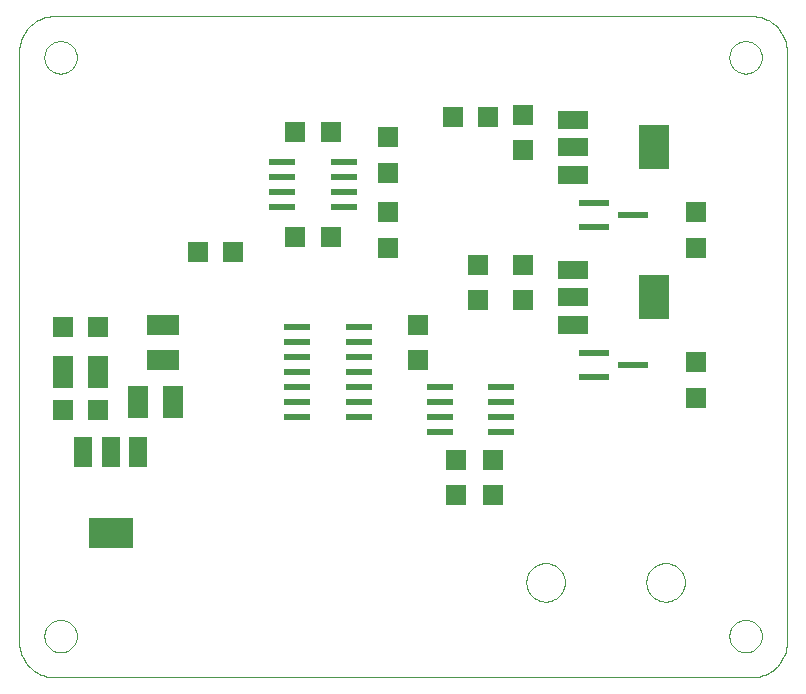
<source format=gtp>
G75*
G70*
%OFA0B0*%
%FSLAX24Y24*%
%IPPOS*%
%LPD*%
%AMOC8*
5,1,8,0,0,1.08239X$1,22.5*
%
%ADD10R,0.0870X0.0240*%
%ADD11R,0.0710X0.0709*%
%ADD12R,0.0709X0.0710*%
%ADD13C,0.0000*%
%ADD14R,0.1020X0.0220*%
%ADD15R,0.1000X0.0600*%
%ADD16R,0.1000X0.1450*%
%ADD17R,0.0709X0.1100*%
%ADD18R,0.0600X0.1000*%
%ADD19R,0.1450X0.1000*%
%ADD20R,0.1100X0.0709*%
D10*
X011650Y011180D03*
X011650Y011680D03*
X011650Y012180D03*
X011650Y012680D03*
X011650Y013180D03*
X011650Y013680D03*
X011650Y014180D03*
X013710Y014180D03*
X013710Y013680D03*
X013710Y013180D03*
X013710Y012680D03*
X013710Y012180D03*
X013710Y011680D03*
X013710Y011180D03*
X016400Y011180D03*
X016400Y010680D03*
X016400Y011680D03*
X016400Y012180D03*
X018460Y012180D03*
X018460Y011680D03*
X018460Y011180D03*
X018460Y010680D03*
X013210Y018180D03*
X013210Y018680D03*
X013210Y019180D03*
X013210Y019680D03*
X011150Y019680D03*
X011150Y019180D03*
X011150Y018680D03*
X011150Y018180D03*
D11*
X014680Y018020D03*
X014680Y016840D03*
X015680Y014270D03*
X015680Y013090D03*
X017680Y015090D03*
X017680Y016270D03*
X019180Y016270D03*
X019180Y015090D03*
X014680Y019340D03*
X014680Y020520D03*
X019180Y020090D03*
X019180Y021270D03*
X024930Y018020D03*
X024930Y016840D03*
X024930Y013020D03*
X024930Y011840D03*
X018180Y009770D03*
X016930Y009770D03*
X016930Y008590D03*
X018180Y008590D03*
D12*
X009520Y016680D03*
X008340Y016680D03*
X011590Y017180D03*
X012770Y017180D03*
X012770Y020680D03*
X011590Y020680D03*
X016840Y021180D03*
X018020Y021180D03*
X005020Y014180D03*
X003840Y014180D03*
X003840Y011430D03*
X005020Y011430D03*
D13*
X003566Y002511D02*
X026794Y002511D01*
X026860Y002513D01*
X026926Y002518D01*
X026992Y002528D01*
X027057Y002541D01*
X027121Y002557D01*
X027184Y002577D01*
X027246Y002601D01*
X027306Y002628D01*
X027365Y002658D01*
X027422Y002692D01*
X027477Y002729D01*
X027530Y002769D01*
X027581Y002811D01*
X027629Y002857D01*
X027675Y002905D01*
X027717Y002956D01*
X027757Y003009D01*
X027794Y003064D01*
X027828Y003121D01*
X027858Y003180D01*
X027885Y003240D01*
X027909Y003302D01*
X027929Y003365D01*
X027945Y003429D01*
X027958Y003494D01*
X027968Y003560D01*
X027973Y003626D01*
X027975Y003692D01*
X027975Y023377D01*
X027973Y023443D01*
X027968Y023509D01*
X027958Y023575D01*
X027945Y023640D01*
X027929Y023704D01*
X027909Y023767D01*
X027885Y023829D01*
X027858Y023889D01*
X027828Y023948D01*
X027794Y024005D01*
X027757Y024060D01*
X027717Y024113D01*
X027675Y024164D01*
X027629Y024212D01*
X027581Y024258D01*
X027530Y024300D01*
X027477Y024340D01*
X027422Y024377D01*
X027365Y024411D01*
X027306Y024441D01*
X027246Y024468D01*
X027184Y024492D01*
X027121Y024512D01*
X027057Y024528D01*
X026992Y024541D01*
X026926Y024551D01*
X026860Y024556D01*
X026794Y024558D01*
X003566Y024558D01*
X003500Y024556D01*
X003434Y024551D01*
X003368Y024541D01*
X003303Y024528D01*
X003239Y024512D01*
X003176Y024492D01*
X003114Y024468D01*
X003054Y024441D01*
X002995Y024411D01*
X002938Y024377D01*
X002883Y024340D01*
X002830Y024300D01*
X002779Y024258D01*
X002731Y024212D01*
X002685Y024164D01*
X002643Y024113D01*
X002603Y024060D01*
X002566Y024005D01*
X002532Y023948D01*
X002502Y023889D01*
X002475Y023829D01*
X002451Y023767D01*
X002431Y023704D01*
X002415Y023640D01*
X002402Y023575D01*
X002392Y023509D01*
X002387Y023443D01*
X002385Y023377D01*
X002385Y003692D01*
X002387Y003626D01*
X002392Y003560D01*
X002402Y003494D01*
X002415Y003429D01*
X002431Y003365D01*
X002451Y003302D01*
X002475Y003240D01*
X002502Y003180D01*
X002532Y003121D01*
X002566Y003064D01*
X002603Y003009D01*
X002643Y002956D01*
X002685Y002905D01*
X002731Y002857D01*
X002779Y002811D01*
X002830Y002769D01*
X002883Y002729D01*
X002938Y002692D01*
X002995Y002658D01*
X003054Y002628D01*
X003114Y002601D01*
X003176Y002577D01*
X003239Y002557D01*
X003303Y002541D01*
X003368Y002528D01*
X003434Y002518D01*
X003500Y002513D01*
X003566Y002511D01*
X003222Y003889D02*
X003224Y003935D01*
X003230Y003980D01*
X003239Y004025D01*
X003253Y004069D01*
X003270Y004112D01*
X003291Y004153D01*
X003315Y004192D01*
X003342Y004229D01*
X003372Y004263D01*
X003406Y004295D01*
X003441Y004324D01*
X003479Y004350D01*
X003519Y004372D01*
X003561Y004391D01*
X003605Y004406D01*
X003649Y004418D01*
X003694Y004426D01*
X003740Y004430D01*
X003786Y004430D01*
X003832Y004426D01*
X003877Y004418D01*
X003921Y004406D01*
X003965Y004391D01*
X004007Y004372D01*
X004047Y004350D01*
X004085Y004324D01*
X004120Y004295D01*
X004154Y004263D01*
X004184Y004229D01*
X004211Y004192D01*
X004235Y004153D01*
X004256Y004112D01*
X004273Y004069D01*
X004287Y004025D01*
X004296Y003980D01*
X004302Y003935D01*
X004304Y003889D01*
X004302Y003843D01*
X004296Y003798D01*
X004287Y003753D01*
X004273Y003709D01*
X004256Y003666D01*
X004235Y003625D01*
X004211Y003586D01*
X004184Y003549D01*
X004154Y003515D01*
X004120Y003483D01*
X004085Y003454D01*
X004047Y003428D01*
X004007Y003406D01*
X003965Y003387D01*
X003921Y003372D01*
X003877Y003360D01*
X003832Y003352D01*
X003786Y003348D01*
X003740Y003348D01*
X003694Y003352D01*
X003649Y003360D01*
X003605Y003372D01*
X003561Y003387D01*
X003519Y003406D01*
X003479Y003428D01*
X003441Y003454D01*
X003406Y003483D01*
X003372Y003515D01*
X003342Y003549D01*
X003315Y003586D01*
X003291Y003625D01*
X003270Y003666D01*
X003253Y003709D01*
X003239Y003753D01*
X003230Y003798D01*
X003224Y003843D01*
X003222Y003889D01*
X019290Y005680D02*
X019292Y005730D01*
X019298Y005780D01*
X019308Y005829D01*
X019321Y005878D01*
X019339Y005925D01*
X019360Y005971D01*
X019384Y006014D01*
X019412Y006056D01*
X019443Y006096D01*
X019477Y006133D01*
X019514Y006167D01*
X019554Y006198D01*
X019596Y006226D01*
X019639Y006250D01*
X019685Y006271D01*
X019732Y006289D01*
X019781Y006302D01*
X019830Y006312D01*
X019880Y006318D01*
X019930Y006320D01*
X019980Y006318D01*
X020030Y006312D01*
X020079Y006302D01*
X020128Y006289D01*
X020175Y006271D01*
X020221Y006250D01*
X020264Y006226D01*
X020306Y006198D01*
X020346Y006167D01*
X020383Y006133D01*
X020417Y006096D01*
X020448Y006056D01*
X020476Y006014D01*
X020500Y005971D01*
X020521Y005925D01*
X020539Y005878D01*
X020552Y005829D01*
X020562Y005780D01*
X020568Y005730D01*
X020570Y005680D01*
X020568Y005630D01*
X020562Y005580D01*
X020552Y005531D01*
X020539Y005482D01*
X020521Y005435D01*
X020500Y005389D01*
X020476Y005346D01*
X020448Y005304D01*
X020417Y005264D01*
X020383Y005227D01*
X020346Y005193D01*
X020306Y005162D01*
X020264Y005134D01*
X020221Y005110D01*
X020175Y005089D01*
X020128Y005071D01*
X020079Y005058D01*
X020030Y005048D01*
X019980Y005042D01*
X019930Y005040D01*
X019880Y005042D01*
X019830Y005048D01*
X019781Y005058D01*
X019732Y005071D01*
X019685Y005089D01*
X019639Y005110D01*
X019596Y005134D01*
X019554Y005162D01*
X019514Y005193D01*
X019477Y005227D01*
X019443Y005264D01*
X019412Y005304D01*
X019384Y005346D01*
X019360Y005389D01*
X019339Y005435D01*
X019321Y005482D01*
X019308Y005531D01*
X019298Y005580D01*
X019292Y005630D01*
X019290Y005680D01*
X023290Y005680D02*
X023292Y005730D01*
X023298Y005780D01*
X023308Y005829D01*
X023321Y005878D01*
X023339Y005925D01*
X023360Y005971D01*
X023384Y006014D01*
X023412Y006056D01*
X023443Y006096D01*
X023477Y006133D01*
X023514Y006167D01*
X023554Y006198D01*
X023596Y006226D01*
X023639Y006250D01*
X023685Y006271D01*
X023732Y006289D01*
X023781Y006302D01*
X023830Y006312D01*
X023880Y006318D01*
X023930Y006320D01*
X023980Y006318D01*
X024030Y006312D01*
X024079Y006302D01*
X024128Y006289D01*
X024175Y006271D01*
X024221Y006250D01*
X024264Y006226D01*
X024306Y006198D01*
X024346Y006167D01*
X024383Y006133D01*
X024417Y006096D01*
X024448Y006056D01*
X024476Y006014D01*
X024500Y005971D01*
X024521Y005925D01*
X024539Y005878D01*
X024552Y005829D01*
X024562Y005780D01*
X024568Y005730D01*
X024570Y005680D01*
X024568Y005630D01*
X024562Y005580D01*
X024552Y005531D01*
X024539Y005482D01*
X024521Y005435D01*
X024500Y005389D01*
X024476Y005346D01*
X024448Y005304D01*
X024417Y005264D01*
X024383Y005227D01*
X024346Y005193D01*
X024306Y005162D01*
X024264Y005134D01*
X024221Y005110D01*
X024175Y005089D01*
X024128Y005071D01*
X024079Y005058D01*
X024030Y005048D01*
X023980Y005042D01*
X023930Y005040D01*
X023880Y005042D01*
X023830Y005048D01*
X023781Y005058D01*
X023732Y005071D01*
X023685Y005089D01*
X023639Y005110D01*
X023596Y005134D01*
X023554Y005162D01*
X023514Y005193D01*
X023477Y005227D01*
X023443Y005264D01*
X023412Y005304D01*
X023384Y005346D01*
X023360Y005389D01*
X023339Y005435D01*
X023321Y005482D01*
X023308Y005531D01*
X023298Y005580D01*
X023292Y005630D01*
X023290Y005680D01*
X026056Y003889D02*
X026058Y003935D01*
X026064Y003980D01*
X026073Y004025D01*
X026087Y004069D01*
X026104Y004112D01*
X026125Y004153D01*
X026149Y004192D01*
X026176Y004229D01*
X026206Y004263D01*
X026240Y004295D01*
X026275Y004324D01*
X026313Y004350D01*
X026353Y004372D01*
X026395Y004391D01*
X026439Y004406D01*
X026483Y004418D01*
X026528Y004426D01*
X026574Y004430D01*
X026620Y004430D01*
X026666Y004426D01*
X026711Y004418D01*
X026755Y004406D01*
X026799Y004391D01*
X026841Y004372D01*
X026881Y004350D01*
X026919Y004324D01*
X026954Y004295D01*
X026988Y004263D01*
X027018Y004229D01*
X027045Y004192D01*
X027069Y004153D01*
X027090Y004112D01*
X027107Y004069D01*
X027121Y004025D01*
X027130Y003980D01*
X027136Y003935D01*
X027138Y003889D01*
X027136Y003843D01*
X027130Y003798D01*
X027121Y003753D01*
X027107Y003709D01*
X027090Y003666D01*
X027069Y003625D01*
X027045Y003586D01*
X027018Y003549D01*
X026988Y003515D01*
X026954Y003483D01*
X026919Y003454D01*
X026881Y003428D01*
X026841Y003406D01*
X026799Y003387D01*
X026755Y003372D01*
X026711Y003360D01*
X026666Y003352D01*
X026620Y003348D01*
X026574Y003348D01*
X026528Y003352D01*
X026483Y003360D01*
X026439Y003372D01*
X026395Y003387D01*
X026353Y003406D01*
X026313Y003428D01*
X026275Y003454D01*
X026240Y003483D01*
X026206Y003515D01*
X026176Y003549D01*
X026149Y003586D01*
X026125Y003625D01*
X026104Y003666D01*
X026087Y003709D01*
X026073Y003753D01*
X026064Y003798D01*
X026058Y003843D01*
X026056Y003889D01*
X026056Y023180D02*
X026058Y023226D01*
X026064Y023271D01*
X026073Y023316D01*
X026087Y023360D01*
X026104Y023403D01*
X026125Y023444D01*
X026149Y023483D01*
X026176Y023520D01*
X026206Y023554D01*
X026240Y023586D01*
X026275Y023615D01*
X026313Y023641D01*
X026353Y023663D01*
X026395Y023682D01*
X026439Y023697D01*
X026483Y023709D01*
X026528Y023717D01*
X026574Y023721D01*
X026620Y023721D01*
X026666Y023717D01*
X026711Y023709D01*
X026755Y023697D01*
X026799Y023682D01*
X026841Y023663D01*
X026881Y023641D01*
X026919Y023615D01*
X026954Y023586D01*
X026988Y023554D01*
X027018Y023520D01*
X027045Y023483D01*
X027069Y023444D01*
X027090Y023403D01*
X027107Y023360D01*
X027121Y023316D01*
X027130Y023271D01*
X027136Y023226D01*
X027138Y023180D01*
X027136Y023134D01*
X027130Y023089D01*
X027121Y023044D01*
X027107Y023000D01*
X027090Y022957D01*
X027069Y022916D01*
X027045Y022877D01*
X027018Y022840D01*
X026988Y022806D01*
X026954Y022774D01*
X026919Y022745D01*
X026881Y022719D01*
X026841Y022697D01*
X026799Y022678D01*
X026755Y022663D01*
X026711Y022651D01*
X026666Y022643D01*
X026620Y022639D01*
X026574Y022639D01*
X026528Y022643D01*
X026483Y022651D01*
X026439Y022663D01*
X026395Y022678D01*
X026353Y022697D01*
X026313Y022719D01*
X026275Y022745D01*
X026240Y022774D01*
X026206Y022806D01*
X026176Y022840D01*
X026149Y022877D01*
X026125Y022916D01*
X026104Y022957D01*
X026087Y023000D01*
X026073Y023044D01*
X026064Y023089D01*
X026058Y023134D01*
X026056Y023180D01*
X003222Y023180D02*
X003224Y023226D01*
X003230Y023271D01*
X003239Y023316D01*
X003253Y023360D01*
X003270Y023403D01*
X003291Y023444D01*
X003315Y023483D01*
X003342Y023520D01*
X003372Y023554D01*
X003406Y023586D01*
X003441Y023615D01*
X003479Y023641D01*
X003519Y023663D01*
X003561Y023682D01*
X003605Y023697D01*
X003649Y023709D01*
X003694Y023717D01*
X003740Y023721D01*
X003786Y023721D01*
X003832Y023717D01*
X003877Y023709D01*
X003921Y023697D01*
X003965Y023682D01*
X004007Y023663D01*
X004047Y023641D01*
X004085Y023615D01*
X004120Y023586D01*
X004154Y023554D01*
X004184Y023520D01*
X004211Y023483D01*
X004235Y023444D01*
X004256Y023403D01*
X004273Y023360D01*
X004287Y023316D01*
X004296Y023271D01*
X004302Y023226D01*
X004304Y023180D01*
X004302Y023134D01*
X004296Y023089D01*
X004287Y023044D01*
X004273Y023000D01*
X004256Y022957D01*
X004235Y022916D01*
X004211Y022877D01*
X004184Y022840D01*
X004154Y022806D01*
X004120Y022774D01*
X004085Y022745D01*
X004047Y022719D01*
X004007Y022697D01*
X003965Y022678D01*
X003921Y022663D01*
X003877Y022651D01*
X003832Y022643D01*
X003786Y022639D01*
X003740Y022639D01*
X003694Y022643D01*
X003649Y022651D01*
X003605Y022663D01*
X003561Y022678D01*
X003519Y022697D01*
X003479Y022719D01*
X003441Y022745D01*
X003406Y022774D01*
X003372Y022806D01*
X003342Y022840D01*
X003315Y022877D01*
X003291Y022916D01*
X003270Y022957D01*
X003253Y023000D01*
X003239Y023044D01*
X003230Y023089D01*
X003224Y023134D01*
X003222Y023180D01*
D14*
X021530Y018330D03*
X021530Y017530D03*
X022830Y017930D03*
X021530Y013330D03*
X021530Y012530D03*
X022830Y012930D03*
D15*
X020830Y014274D03*
X020830Y015180D03*
X020830Y016086D03*
X020830Y019274D03*
X020830Y020180D03*
X020830Y021086D03*
D16*
X023530Y020180D03*
X023530Y015180D03*
D17*
X007520Y011680D03*
X006340Y011680D03*
X005020Y012680D03*
X003840Y012680D03*
D18*
X004524Y010030D03*
X005430Y010030D03*
X006336Y010030D03*
D19*
X005430Y007330D03*
D20*
X007180Y013090D03*
X007180Y014270D03*
M02*

</source>
